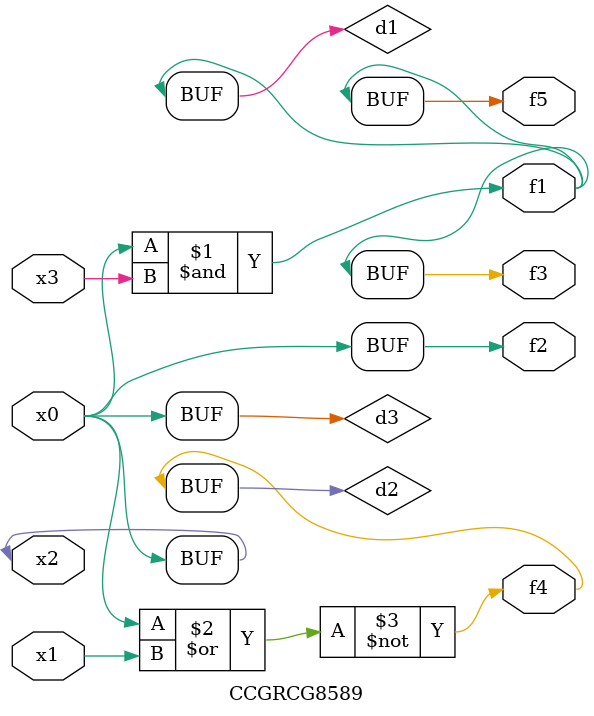
<source format=v>
module CCGRCG8589(
	input x0, x1, x2, x3,
	output f1, f2, f3, f4, f5
);

	wire d1, d2, d3;

	and (d1, x2, x3);
	nor (d2, x0, x1);
	buf (d3, x0, x2);
	assign f1 = d1;
	assign f2 = d3;
	assign f3 = d1;
	assign f4 = d2;
	assign f5 = d1;
endmodule

</source>
